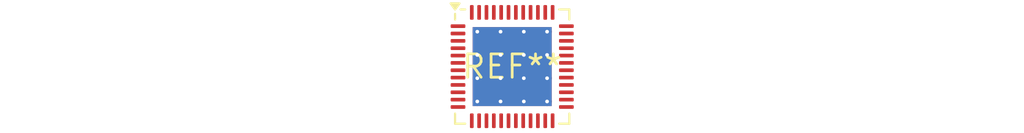
<source format=kicad_pcb>
(kicad_pcb (version 20240108) (generator pcbnew)
  (layers (0 "F.Cu" signal) (31 "B.Cu" signal) (34 "B.Paste" user) (35 "F.Paste" user) (36 "B.SilkS" user "B.Silkscreen") (37 "F.SilkS" user "F.Silkscreen") (38 "B.Mask" user) (39 "F.Mask" user) (44 "Edge.Cuts" user))
  (net 0 "")
  (footprint "QFN-48-1EP_6x6mm_P0.4mm_EP4.3x4.3mm_ThermalVias" (layer "F.Cu") (at 0 0)
    (property "Reference" "REF**")
    (property "Value" "QFN-48-1EP_6x6mm_P0.4mm_EP4.3x4.3mm_ThermalVias")
    (fp_line (start -3.11 -2.56) (end -3.11 -2.87) (layer "F.SilkS") (stroke (width 0.12)))
    (fp_line (start -3.11 3.11) (end -3.11 2.56) (layer "F.SilkS") (stroke (width 0.12)))
    (fp_line (start -2.56 -3.11) (end -2.81 -3.11) (layer "F.SilkS") (stroke (width 0.12)))
    (fp_line (start -2.56 3.11) (end -3.11 3.11) (layer "F.SilkS") (stroke (width 0.12)))
    (fp_line (start 2.56 -3.11) (end 3.11 -3.11) (layer "F.SilkS") (stroke (width 0.12)))
    (fp_line (start 2.56 3.11) (end 3.11 3.11) (layer "F.SilkS") (stroke (width 0.12)))
    (fp_line (start 3.11 -3.11) (end 3.11 -2.56) (layer "F.SilkS") (stroke (width 0.12)))
    (fp_line (start 3.11 3.11) (end 3.11 2.56) (layer "F.SilkS") (stroke (width 0.12)))
    (fp_poly (pts (xy -3.11 -3.11) (xy -3.35 -3.44) (xy -2.87 -3.44) (xy -3.11 -3.11)) (layer "F.SilkS") (stroke (width 0.12)) (fill solid))
    (pad "1" smd roundrect (at -2.95 -2.2) (size 0.8 0.2) (layers "F.Cu" "F.Paste" "F.Mask"))
    (pad "2" smd roundrect (at -2.95 -1.8) (size 0.8 0.2) (layers "F.Cu" "F.Paste" "F.Mask"))
    (pad "3" smd roundrect (at -2.95 -1.4) (size 0.8 0.2) (layers "F.Cu" "F.Paste" "F.Mask"))
    (pad "4" smd roundrect (at -2.95 -1) (size 0.8 0.2) (layers "F.Cu" "F.Paste" "F.Mask"))
    (pad "5" smd roundrect (at -2.95 -0.6) (size 0.8 0.2) (layers "F.Cu" "F.Paste" "F.Mask"))
    (pad "6" smd roundrect (at -2.95 -0.2) (size 0.8 0.2) (layers "F.Cu" "F.Paste" "F.Mask"))
    (pad "7" smd roundrect (at -2.95 0.2) (size 0.8 0.2) (layers "F.Cu" "F.Paste" "F.Mask"))
    (pad "8" smd roundrect (at -2.95 0.6) (size 0.8 0.2) (layers "F.Cu" "F.Paste" "F.Mask"))
    (pad "9" smd roundrect (at -2.95 1) (size 0.8 0.2) (layers "F.Cu" "F.Paste" "F.Mask"))
    (pad "10" smd roundrect (at -2.95 1.4) (size 0.8 0.2) (layers "F.Cu" "F.Paste" "F.Mask"))
    (pad "11" smd roundrect (at -2.95 1.8) (size 0.8 0.2) (layers "F.Cu" "F.Paste" "F.Mask"))
    (pad "12" smd roundrect (at -2.95 2.2) (size 0.8 0.2) (layers "F.Cu" "F.Paste" "F.Mask"))
    (pad "13" smd roundrect (at -2.2 2.95) (size 0.2 0.8) (layers "F.Cu" "F.Paste" "F.Mask"))
    (pad "14" smd roundrect (at -1.8 2.95) (size 0.2 0.8) (layers "F.Cu" "F.Paste" "F.Mask"))
    (pad "15" smd roundrect (at -1.4 2.95) (size 0.2 0.8) (layers "F.Cu" "F.Paste" "F.Mask"))
    (pad "16" smd roundrect (at -1 2.95) (size 0.2 0.8) (layers "F.Cu" "F.Paste" "F.Mask"))
    (pad "17" smd roundrect (at -0.6 2.95) (size 0.2 0.8) (layers "F.Cu" "F.Paste" "F.Mask"))
    (pad "18" smd roundrect (at -0.2 2.95) (size 0.2 0.8) (layers "F.Cu" "F.Paste" "F.Mask"))
    (pad "19" smd roundrect (at 0.2 2.95) (size 0.2 0.8) (layers "F.Cu" "F.Paste" "F.Mask"))
    (pad "20" smd roundrect (at 0.6 2.95) (size 0.2 0.8) (layers "F.Cu" "F.Paste" "F.Mask"))
    (pad "21" smd roundrect (at 1 2.95) (size 0.2 0.8) (layers "F.Cu" "F.Paste" "F.Mask"))
    (pad "22" smd roundrect (at 1.4 2.95) (size 0.2 0.8) (layers "F.Cu" "F.Paste" "F.Mask"))
    (pad "23" smd roundrect (at 1.8 2.95) (size 0.2 0.8) (layers "F.Cu" "F.Paste" "F.Mask"))
    (pad "24" smd roundrect (at 2.2 2.95) (size 0.2 0.8) (layers "F.Cu" "F.Paste" "F.Mask"))
    (pad "25" smd roundrect (at 2.95 2.2) (size 0.8 0.2) (layers "F.Cu" "F.Paste" "F.Mask"))
    (pad "26" smd roundrect (at 2.95 1.8) (size 0.8 0.2) (layers "F.Cu" "F.Paste" "F.Mask"))
    (pad "27" smd roundrect (at 2.95 1.4) (size 0.8 0.2) (layers "F.Cu" "F.Paste" "F.Mask"))
    (pad "28" smd roundrect (at 2.95 1) (size 0.8 0.2) (layers "F.Cu" "F.Paste" "F.Mask"))
    (pad "29" smd roundrect (at 2.95 0.6) (size 0.8 0.2) (layers "F.Cu" "F.Paste" "F.Mask"))
    (pad "30" smd roundrect (at 2.95 0.2) (size 0.8 0.2) (layers "F.Cu" "F.Paste" "F.Mask"))
    (pad "31" smd roundrect (at 2.95 -0.2) (size 0.8 0.2) (layers "F.Cu" "F.Paste" "F.Mask"))
    (pad "32" smd roundrect (at 2.95 -0.6) (size 0.8 0.2) (layers "F.Cu" "F.Paste" "F.Mask"))
    (pad "33" smd roundrect (at 2.95 -1) (size 0.8 0.2) (layers "F.Cu" "F.Paste" "F.Mask"))
    (pad "34" smd roundrect (at 2.95 -1.4) (size 0.8 0.2) (layers "F.Cu" "F.Paste" "F.Mask"))
    (pad "35" smd roundrect (at 2.95 -1.8) (size 0.8 0.2) (layers "F.Cu" "F.Paste" "F.Mask"))
    (pad "36" smd roundrect (at 2.95 -2.2) (size 0.8 0.2) (layers "F.Cu" "F.Paste" "F.Mask"))
    (pad "37" smd roundrect (at 2.2 -2.95) (size 0.2 0.8) (layers "F.Cu" "F.Paste" "F.Mask"))
    (pad "38" smd roundrect (at 1.8 -2.95) (size 0.2 0.8) (layers "F.Cu" "F.Paste" "F.Mask"))
    (pad "39" smd roundrect (at 1.4 -2.95) (size 0.2 0.8) (layers "F.Cu" "F.Paste" "F.Mask"))
    (pad "40" smd roundrect (at 1 -2.95) (size 0.2 0.8) (layers "F.Cu" "F.Paste" "F.Mask"))
    (pad "41" smd roundrect (at 0.6 -2.95) (size 0.2 0.8) (layers "F.Cu" "F.Paste" "F.Mask"))
    (pad "42" smd roundrect (at 0.2 -2.95) (size 0.2 0.8) (layers "F.Cu" "F.Paste" "F.Mask"))
    (pad "43" smd roundrect (at -0.2 -2.95) (size 0.2 0.8) (layers "F.Cu" "F.Paste" "F.Mask"))
    (pad "44" smd roundrect (at -0.6 -2.95) (size 0.2 0.8) (layers "F.Cu" "F.Paste" "F.Mask"))
    (pad "45" smd roundrect (at -1 -2.95) (size 0.2 0.8) (layers "F.Cu" "F.Paste" "F.Mask"))
    (pad "46" smd roundrect (at -1.4 -2.95) (size 0.2 0.8) (layers "F.Cu" "F.Paste" "F.Mask"))
    (pad "47" smd roundrect (at -1.8 -2.95) (size 0.2 0.8) (layers "F.Cu" "F.Paste" "F.Mask"))
    (pad "48" smd roundrect (at -2.2 -2.95) (size 0.2 0.8) (layers "F.Cu" "F.Paste" "F.Mask"))
    (pad "49" thru_hole circle (at -1.9 -1.9) (size 0.5 0.5) (drill 0.2) (property pad_prop_heatsink) (layers *.Cu) (remove_unused_layers))
    (pad "49" thru_hole circle (at -1.9 -0.633333) (size 0.5 0.5) (drill 0.2) (property pad_prop_heatsink) (layers *.Cu) (remove_unused_layers))
    (pad "49" thru_hole circle (at -1.9 0.633333) (size 0.5 0.5) (drill 0.2) (property pad_prop_heatsink) (layers *.Cu) (remove_unused_layers))
    (pad "49" thru_hole circle (at -1.9 1.9) (size 0.5 0.5) (drill 0.2) (property pad_prop_heatsink) (layers *.Cu) (remove_unused_layers))
    (pad "49" thru_hole circle (at -0.633333 -1.9) (size 0.5 0.5) (drill 0.2) (property pad_prop_heatsink) (layers *.Cu) (remove_unused_layers))
    (pad "49" thru_hole circle (at -0.633333 -0.633333) (size 0.5 0.5) (drill 0.2) (property pad_prop_heatsink) (layers *.Cu) (remove_unused_layers))
    (pad "49" thru_hole circle (at -0.633333 0.633333) (size 0.5 0.5) (drill 0.2) (property pad_prop_heatsink) (layers *.Cu) (remove_unused_layers))
    (pad "49" thru_hole circle (at -0.633333 1.9) (size 0.5 0.5) (drill 0.2) (property pad_prop_heatsink) (layers *.Cu) (remove_unused_layers))
    (pad "49" smd rect (at 0 0) (size 4.3 4.3) (property pad_prop_heatsink) (layers "F.Cu" "F.Mask"))
    (pad "49" smd rect (at 0 0) (size 4.3 4.3) (property pad_prop_heatsink) (layers "B.Cu"))
    (pad "49" thru_hole circle (at 0.633333 -1.9) (size 0.5 0.5) (drill 0.2) (property pad_prop_heatsink) (layers *.Cu) (remove_unused_layers))
    (pad "49" thru_hole circle (at 0.633333 -0.633333) (size 0.5 0.5) (drill 0.2) (property pad_prop_heatsink) (layers *.Cu) (remove_unused_layers))
    (pad "49" thru_hole circle (at 0.633333 0.633333) (size 0.5 0.5) (drill 0.2) (property pad_prop_heatsink) (layers *.Cu) (remove_unused_layers))
    (pad "49" thru_hole circle (at 0.633333 1.9) (size 0.5 0.5) (drill 0.2) (property pad_prop_heatsink) (layers *.Cu) (remove_unused_layers))
    (pad "49" thru_hole circle (at 1.9 -1.9) (size 0.5 0.5) (drill 0.2) (property pad_prop_heatsink) (layers *.Cu) (remove_unused_layers))
    (pad "49" thru_hole circle (at 1.9 -0.633333) (size 0.5 0.5) (drill 0.2) (property pad_prop_heatsink) (layers *.Cu) (remove_unused_layers))
    (pad "49" thru_hole circle (at 1.9 0.633333) (size 0.5 0.5) (drill 0.2) (property pad_prop_heatsink) (layers *.Cu) (remove_unused_layers))
    (pad "49" thru_hole circle (at 1.9 1.9) (size 0.5 0.5) (drill 0.2) (property pad_prop_heatsink) (layers *.Cu) (remove_unused_layers))
  )
)
</source>
